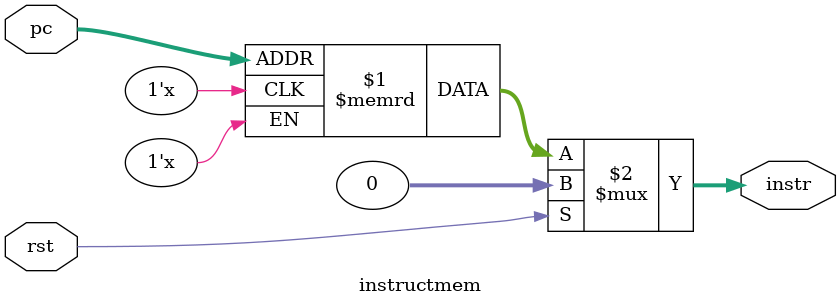
<source format=sv>
module instructmem #(parameter N=32, L=1024)(pc,rst,instr);
  input logic [N-1:0] pc;
  input logic rst;
  output logic [N-1:0] instr;
  logic [N-1:0] mem [L-1:0];
  assign instr = rst? 0: mem[pc];
endmodule

</source>
